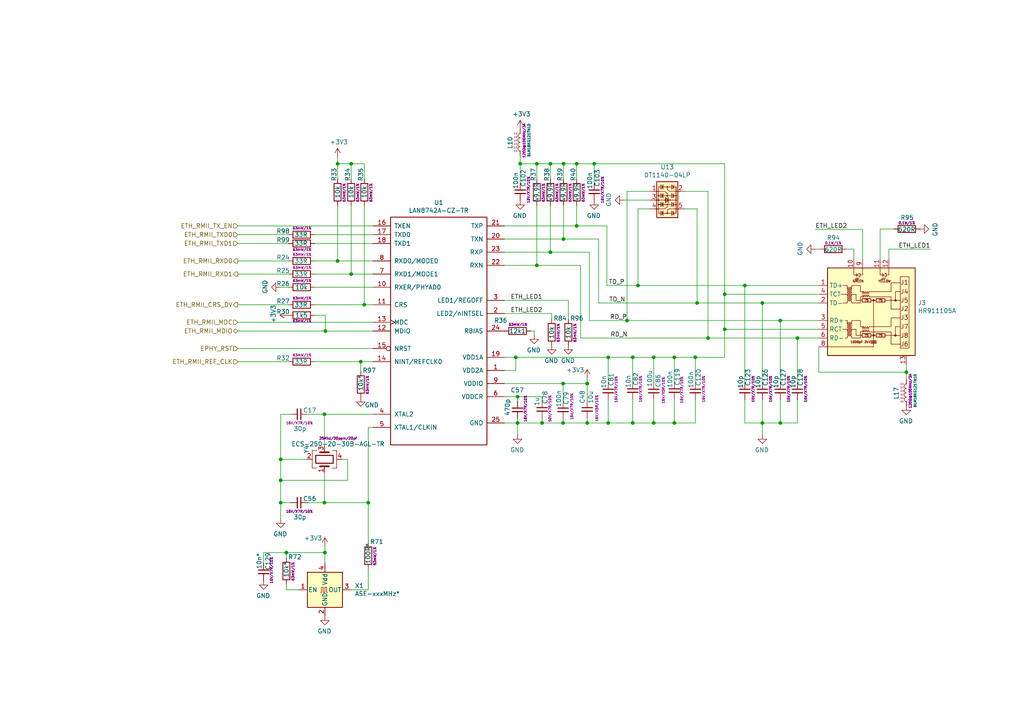
<source format=kicad_sch>
(kicad_sch (version 20211123) (generator eeschema)
  (paper "A4")
  (title_block (title "Buddy") (date "2019-10-24") (rev "v1.0.0") (company "PRUSA Research s.r.o.") (comment 1 "http://creativecommons.org/licenses/by-sa/4.0/") (comment 2 "Licensed under the Attribution-ShareAlike 4.0 International (CC BY-SA 4.0)"))
  (lib_symbols
    (symbol "BUDDY_v1.0.0-rescue:DT1140-04LP-Power_Protection" (pin_names (offset 1.016))
      (property "Reference" "U" (at -6.985 -2.54 0))
      (property "Value" "DT1140-04LP-Power_Protection" (at 6.35 1.27 90))
      (symbol "DT1140-04LP-Power_Protection_1_1"
        (pin passive line (at -2.54 -5.08 90) (length 2.54) (name "~") (number "1"))
        (pin passive line (at -2.54 5.08 270) (length 2.54) (name "~") (number "2"))
        (pin passive line (at 0 -5.08 90) (length 2.54) (name "~") (number "3"))
        (pin passive line (at 2.54 -5.08 90) (length 2.54) (name "~") (number "4"))
        (pin passive line (at 2.54 5.08 270) (length 2.54) (name "~") (number "5"))
      )
    )
    (symbol "BUDDY_v1.0.0-rescue:HR911105-Connector"
      (property "Reference" "J" (at 12.7 13.97 0))
      (property "Value" "HR911105-Connector" (at 0 -13.97 0))
      (symbol "HR911105-Connector_0_0"
        (text "1000pF 2kV" (at 3.175 -8.763 0) (effects (font (size 0.635 0.635))))
        (text "75" (at -2.667 -6.858 0) (effects (font (size 0.635 0.635))))
        (text "75" (at -2.667 3.302 0) (effects (font (size 0.635 0.635))))
        (text "75" (at 1.397 -6.858 0) (effects (font (size 0.635 0.635))))
        (text "75" (at 1.397 3.302 0) (effects (font (size 0.635 0.635))))
        (text "GREEN" (at 3.81 8.89 0) (effects (font (size 0.635 0.635))))
        (text "J1" (at -10.795 8.509 0) (effects (font (size 1.27 1.27)) (justify left)))
        (text "J2" (at -10.795 0.889 0) (effects (font (size 1.27 1.27)) (justify left)))
        (text "J3" (at -10.795 -1.651 0) (effects (font (size 1.27 1.27)) (justify left)))
        (text "J4" (at -10.795 5.842 0) (effects (font (size 1.27 1.27)) (justify left)))
        (text "J5" (at -10.795 3.302 0) (effects (font (size 1.27 1.27)) (justify left)))
        (text "J6" (at -10.795 -9.398 0) (effects (font (size 1.27 1.27)) (justify left)))
        (text "J7" (at -10.795 -4.318 0) (effects (font (size 1.27 1.27)) (justify left)))
        (text "J8" (at -10.795 -6.858 0) (effects (font (size 1.27 1.27)) (justify left)))
        (text "YELLOW" (at -3.81 8.89 0) (effects (font (size 0.635 0.635))))
      )
      (symbol "HR911105-Connector_1_1"
        (pin passive line (at 15.24 7.62 180) (length 2.54) (name "TD+") (number "1"))
        (pin passive line (at 5.08 15.24 270) (length 2.54) (name "~") (number "10"))
        (pin passive line (at -2.54 15.24 270) (length 2.54) (name "~") (number "11"))
        (pin passive line (at -5.08 15.24 270) (length 2.54) (name "~") (number "12"))
        (pin passive line (at -10.16 -15.24 90) (length 2.54) (name "~") (number "13"))
        (pin passive line (at 15.24 2.54 180) (length 2.54) (name "TD-") (number "2"))
        (pin passive line (at 15.24 -2.54 180) (length 2.54) (name "RD+") (number "3"))
        (pin passive line (at 15.24 5.08 180) (length 2.54) (name "TCT") (number "4"))
        (pin passive line (at 15.24 -5.08 180) (length 2.54) (name "RCT") (number "5"))
        (pin passive line (at 15.24 -7.62 180) (length 2.54) (name "RD-") (number "6"))
        (pin passive line (at 15.24 -10.16 180) (length 2.54) (name "~") (number "8"))
        (pin passive line (at 2.54 15.24 270) (length 2.54) (name "~") (number "9"))
      )
    )
    (symbol "BUDDY_v1.0.0-rescue:LAN8742A-CZ-TR-Interface_Ethernet" (pin_names (offset 1.016))
      (property "Reference" "U" (at -7.62 28.575 0))
      (property "Value" "LAN8742A-CZ-TR-Interface_Ethernet" (at -7.62 26.67 0))
      (symbol "LAN8742A-CZ-TR-Interface_Ethernet_1_1"
        (pin power_in line (at 17.78 -19.05 180) (length 5.08) (name "VDD2A") (number "1"))
        (pin output line (at -20.32 5.08 0) (length 5.08) (name "RXER/PHYAD0") (number "10"))
        (pin bidirectional line (at -20.32 0 0) (length 5.08) (name "CRS") (number "11"))
        (pin bidirectional line (at -20.32 -7.62 0) (length 5.08) (name "MDIO") (number "12"))
        (pin input clock (at -20.32 -5.08 0) (length 5.08) (name "MDC") (number "13"))
        (pin output line (at -20.32 -16.51 0) (length 5.08) (name "NINT/REFCLK0") (number "14"))
        (pin input inverted (at -20.32 -12.7 0) (length 5.08) (name "NRST") (number "15"))
        (pin input line (at -20.32 22.86 0) (length 5.08) (name "TXEN") (number "16"))
        (pin input line (at -20.32 20.32 0) (length 5.08) (name "TXD0") (number "17"))
        (pin input line (at -20.32 17.78 0) (length 5.08) (name "TXD1") (number "18"))
        (pin power_in line (at 17.78 -15.24 180) (length 5.08) (name "VDD1A") (number "19"))
        (pin bidirectional line (at 17.78 -2.54 180) (length 5.08) (name "LED2/nINTSEL") (number "2"))
        (pin output line (at 17.78 19.05 180) (length 5.08) (name "TXN") (number "20"))
        (pin output line (at 17.78 22.86 180) (length 5.08) (name "TXP") (number "21"))
        (pin output line (at 17.78 11.43 180) (length 5.08) (name "RXN") (number "22"))
        (pin output line (at 17.78 15.24 180) (length 5.08) (name "RXP") (number "23"))
        (pin input line (at 17.78 -7.62 180) (length 5.08) (name "RBIAS") (number "24"))
        (pin power_in line (at 17.78 -34.29 180) (length 5.08) (name "GND") (number "25"))
        (pin bidirectional line (at 17.78 1.27 180) (length 5.08) (name "LED1/REGOFF") (number "3"))
        (pin passive line (at -20.32 -31.75 0) (length 5.08) (name "XTAL2") (number "4"))
        (pin passive line (at -20.32 -35.56 0) (length 5.08) (name "XTAL1/CLKIN") (number "5"))
        (pin power_in line (at 17.78 -26.67 180) (length 5.08) (name "VDDCR") (number "6"))
        (pin output line (at -20.32 8.89 0) (length 5.08) (name "RXD1/MODE1") (number "7"))
        (pin output line (at -20.32 12.7 0) (length 5.08) (name "RXD0/MODE0") (number "8"))
        (pin power_in line (at 17.78 -22.86 180) (length 5.08) (name "VDDIO") (number "9"))
      )
    )
    (symbol "BUDDY_v1.0.0-rescue:L_Core_Ferrite-Device" (pin_numbers hide) (pin_names (offset 1.016) hide)
      (property "Reference" "L" (at -1.27 0 90))
      (property "Value" "L_Core_Ferrite-Device" (at 2.794 0 90))
      (symbol "L_Core_Ferrite-Device_1_1"
        (pin passive line (at 0 3.81 270) (length 1.27) (name "1") (number "1"))
        (pin passive line (at 0 -3.81 90) (length 1.27) (name "2") (number "2"))
      )
    )
    (symbol "Device:C_Small" (pin_numbers hide) (pin_names (offset 0.254) hide)
      (property "Reference" "C" (at 0.254 1.778 0))
      (property "Value" "C_Small" (at 0.254 -2.032 0))
      (symbol "C_Small_1_1"
        (pin passive line (at 0 2.54 270) (length 2.032) (name "~") (number "1"))
        (pin passive line (at 0 -2.54 90) (length 2.032) (name "~") (number "2"))
      )
    )
    (symbol "Device:Crystal_GND24" (pin_names (offset 1.016) hide)
      (property "Reference" "Y" (at 3.175 5.08 0))
      (property "Value" "Crystal_GND24" (at 3.175 3.175 0))
      (symbol "Crystal_GND24_1_1"
        (pin passive line (at -3.81 0 0) (length 1.27) (name "1") (number "1"))
        (pin passive line (at 0 5.08 270) (length 1.27) (name "2") (number "2"))
        (pin passive line (at 3.81 0 180) (length 1.27) (name "3") (number "3"))
        (pin passive line (at 0 -5.08 90) (length 1.27) (name "4") (number "4"))
      )
    )
    (symbol "Device:R" (pin_numbers hide) (pin_names (offset 0))
      (property "Reference" "R" (at 2.032 0 90))
      (property "Value" "R" (at 0 0 90))
      (symbol "R_1_1"
        (pin passive line (at 0 3.81 270) (length 1.27) (name "~") (number "1"))
        (pin passive line (at 0 -3.81 90) (length 1.27) (name "~") (number "2"))
      )
    )
    (symbol "Oscillator:ASE-xxxMHz" (pin_names (offset 0.254))
      (property "Reference" "X" (at -5.08 6.35 0))
      (property "Value" "ASE-xxxMHz" (at 1.27 -6.35 0))
      (symbol "ASE-xxxMHz_1_1"
        (pin input line (at -7.62 0 0) (length 2.54) (name "EN") (number "1"))
        (pin power_in line (at 0 -7.62 90) (length 2.54) (name "GND") (number "2"))
        (pin output line (at 7.62 0 180) (length 2.54) (name "OUT") (number "3"))
        (pin power_in line (at 0 7.62 270) (length 2.54) (name "Vdd") (number "4"))
      )
    )
    (symbol "power:+3V3" (power) (pin_names (offset 0))
      (property "Value" "+3V3" (at 0 3.556 0))
      (symbol "+3V3_1_1"
        (pin power_in line (at 0 0 90) (length 0) hide (name "+3V3") (number "1"))
      )
    )
    (symbol "power:GND" (power) (pin_names (offset 0))
      (property "Value" "GND" (at 0 -3.81 0))
      (symbol "GND_1_1"
        (pin power_in line (at 0 0 270) (length 0) hide (name "GND") (number "1"))
      )
    )
  )
  (junction (at 202.184 87.884))
  (junction (at 83.058 160.274))
  (junction (at 226.314 92.964))
  (junction (at 81.407 139.319))
  (junction (at 172.339 47.498))
  (junction (at 101.854 47.498))
  (junction (at 81.407 133.223))
  (junction (at 97.917 47.498))
  (junction (at 221.107 122.682))
  (junction (at 185.039 82.804))
  (junction (at 195.58 122.682))
  (junction (at 150.114 115.062))
  (junction (at 149.606 103.632))
  (junction (at 94.234 160.274))
  (junction (at 159.639 73.152))
  (junction (at 101.854 79.502))
  (junction (at 183.515 103.632))
  (junction (at 262.89 107.95))
  (junction (at 216.027 82.804))
  (junction (at 94.107 120.142))
  (junction (at 201.676 103.632))
  (junction (at 155.702 47.498))
  (junction (at 210.185 85.344))
  (junction (at 157.226 122.682))
  (junction (at 226.314 122.682))
  (junction (at 210.185 95.504))
  (junction (at 94.107 145.796))
  (junction (at 176.403 122.682))
  (junction (at 150.876 47.498))
  (junction (at 97.917 75.692))
  (junction (at 104.648 104.902))
  (junction (at 163.322 111.252))
  (junction (at 155.702 76.962))
  (junction (at 94.361 96.012))
  (junction (at 183.515 122.682))
  (junction (at 163.449 47.498))
  (junction (at 150.114 122.682))
  (junction (at 231.267 98.044))
  (junction (at 189.611 103.632))
  (junction (at 170.307 122.682))
  (junction (at 189.611 122.682))
  (junction (at 81.407 145.796))
  (junction (at 167.259 47.498))
  (junction (at 205.359 98.044))
  (junction (at 176.403 103.632))
  (junction (at 221.107 87.884))
  (junction (at 163.322 122.682))
  (junction (at 106.807 145.796))
  (junction (at 105.664 88.392))
  (junction (at 163.449 69.342))
  (junction (at 167.259 65.532))
  (junction (at 181.864 92.964))
  (junction (at 159.639 47.498))
  (junction (at 170.307 111.252))
  (junction (at 195.58 103.632))
  (wire (pts (xy 201.676 115.951) (xy 201.676 122.682)))
  (wire (pts (xy 257.81 72.263) (xy 269.875 72.263)))
  (wire (pts (xy 226.314 92.964) (xy 237.49 92.964)))
  (wire (pts (xy 94.107 145.796) (xy 106.807 145.796)))
  (wire (pts (xy 167.259 65.532) (xy 176.022 65.532)))
  (wire (pts (xy 181.864 55.499) (xy 181.864 92.964)))
  (wire (pts (xy 81.407 145.796) (xy 84.201 145.796)))
  (wire (pts (xy 83.693 70.612) (xy 68.961 70.612)))
  (wire (pts (xy 226.314 110.871) (xy 226.314 92.964)))
  (wire (pts (xy 201.676 103.632) (xy 210.185 103.632)))
  (wire (pts (xy 183.515 110.744) (xy 183.515 103.632)))
  (wire (pts (xy 201.676 122.682) (xy 195.58 122.682)))
  (wire (pts (xy 163.449 47.498) (xy 167.259 47.498)))
  (wire (pts (xy 91.313 104.902) (xy 104.648 104.902)))
  (wire (pts (xy 146.304 69.342) (xy 163.449 69.342)))
  (wire (pts (xy 150.876 47.498) (xy 150.876 45.085)))
  (wire (pts (xy 94.234 158.496) (xy 94.234 160.274)))
  (wire (pts (xy 100.838 133.223) (xy 100.838 139.319)))
  (wire (pts (xy 176.403 103.632) (xy 183.515 103.632)))
  (wire (pts (xy 149.606 103.632) (xy 146.304 103.632)))
  (wire (pts (xy 150.876 47.498) (xy 155.702 47.498)))
  (wire (pts (xy 97.917 47.498) (xy 101.854 47.498)))
  (wire (pts (xy 216.027 122.682) (xy 221.107 122.682)))
  (wire (pts (xy 83.693 68.072) (xy 68.961 68.072)))
  (wire (pts (xy 105.664 88.392) (xy 91.313 88.392)))
  (wire (pts (xy 163.322 111.252) (xy 146.304 111.252)))
  (wire (pts (xy 81.407 139.319) (xy 81.407 133.223)))
  (wire (pts (xy 108.204 79.502) (xy 101.854 79.502)))
  (wire (pts (xy 146.304 90.932) (xy 160.02 90.932)))
  (wire (pts (xy 157.226 122.682) (xy 157.226 121.285)))
  (wire (pts (xy 183.515 103.632) (xy 189.611 103.632)))
  (wire (pts (xy 81.407 133.223) (xy 81.407 120.142)))
  (wire (pts (xy 155.702 47.498) (xy 159.639 47.498)))
  (wire (pts (xy 108.204 70.612) (xy 91.313 70.612)))
  (wire (pts (xy 188.468 58.039) (xy 180.975 58.039)))
  (wire (pts (xy 83.058 160.274) (xy 94.234 160.274)))
  (wire (pts (xy 146.304 65.532) (xy 167.259 65.532)))
  (wire (pts (xy 210.185 85.344) (xy 210.185 95.504)))
  (wire (pts (xy 163.322 122.682) (xy 163.322 121.412)))
  (wire (pts (xy 173.609 69.342) (xy 173.609 87.884)))
  (wire (pts (xy 146.304 122.682) (xy 150.114 122.682)))
  (wire (pts (xy 221.107 115.951) (xy 221.107 122.682)))
  (wire (pts (xy 173.609 87.884) (xy 202.184 87.884)))
  (wire (pts (xy 97.917 75.692) (xy 91.313 75.692)))
  (wire (pts (xy 154.94 97.155) (xy 154.94 96.012)))
  (wire (pts (xy 170.307 122.682) (xy 176.403 122.682)))
  (wire (pts (xy 221.107 122.682) (xy 221.107 126.111)))
  (wire (pts (xy 168.402 76.962) (xy 168.402 98.044)))
  (wire (pts (xy 202.184 87.884) (xy 221.107 87.884)))
  (wire (pts (xy 106.807 123.952) (xy 108.204 123.952)))
  (wire (pts (xy 176.403 122.682) (xy 183.515 122.682)))
  (wire (pts (xy 181.864 92.964) (xy 226.314 92.964)))
  (wire (pts (xy 108.204 75.692) (xy 97.917 75.692)))
  (wire (pts (xy 198.628 60.579) (xy 202.184 60.579)))
  (wire (pts (xy 163.322 122.682) (xy 170.307 122.682)))
  (wire (pts (xy 205.359 98.044) (xy 231.267 98.044)))
  (wire (pts (xy 247.65 72.263) (xy 245.491 72.263)))
  (wire (pts (xy 160.02 90.932) (xy 160.02 92.583)))
  (wire (pts (xy 167.259 47.498) (xy 167.259 51.943)))
  (wire (pts (xy 183.515 122.682) (xy 189.611 122.682)))
  (wire (pts (xy 76.454 160.274) (xy 83.058 160.274)))
  (wire (pts (xy 150.114 122.682) (xy 150.114 121.412)))
  (wire (pts (xy 226.314 122.682) (xy 231.267 122.682)))
  (wire (pts (xy 262.89 107.95) (xy 262.89 110.109)))
  (wire (pts (xy 257.81 75.184) (xy 257.81 72.263)))
  (wire (pts (xy 172.339 47.498) (xy 210.185 47.498)))
  (wire (pts (xy 237.49 100.584) (xy 237.49 107.95)))
  (wire (pts (xy 183.515 115.824) (xy 183.515 122.682)))
  (wire (pts (xy 198.628 55.499) (xy 205.359 55.499)))
  (wire (pts (xy 81.407 145.796) (xy 81.407 139.319)))
  (wire (pts (xy 146.304 73.152) (xy 159.639 73.152)))
  (wire (pts (xy 231.267 98.044) (xy 237.49 98.044)))
  (wire (pts (xy 189.611 110.871) (xy 189.611 103.632)))
  (wire (pts (xy 150.114 122.682) (xy 150.114 126.111)))
  (wire (pts (xy 226.314 115.951) (xy 226.314 122.682)))
  (wire (pts (xy 176.403 115.951) (xy 176.403 122.682)))
  (wire (pts (xy 153.924 96.012) (xy 154.94 96.012)))
  (wire (pts (xy 157.226 115.062) (xy 157.226 116.205)))
  (wire (pts (xy 86.614 171.069) (xy 83.058 171.069)))
  (wire (pts (xy 94.107 120.142) (xy 108.204 120.142)))
  (wire (pts (xy 210.185 95.504) (xy 237.49 95.504)))
  (wire (pts (xy 170.307 121.285) (xy 170.307 122.682)))
  (wire (pts (xy 221.107 87.884) (xy 237.49 87.884)))
  (wire (pts (xy 176.022 65.532) (xy 176.022 82.804)))
  (wire (pts (xy 189.611 115.951) (xy 189.611 122.682)))
  (wire (pts (xy 101.854 171.069) (xy 106.807 171.069)))
  (wire (pts (xy 221.107 122.682) (xy 226.314 122.682)))
  (wire (pts (xy 250.19 66.548) (xy 250.19 75.184)))
  (wire (pts (xy 168.402 98.044) (xy 205.359 98.044)))
  (wire (pts (xy 159.639 59.563) (xy 159.639 73.152)))
  (wire (pts (xy 247.65 75.184) (xy 247.65 72.263)))
  (wire (pts (xy 83.058 161.798) (xy 83.058 160.274)))
  (wire (pts (xy 108.204 101.092) (xy 68.961 101.092)))
  (wire (pts (xy 155.702 76.962) (xy 168.402 76.962)))
  (wire (pts (xy 210.185 47.498) (xy 210.185 85.344)))
  (wire (pts (xy 101.854 51.943) (xy 101.854 47.498)))
  (wire (pts (xy 195.58 103.632) (xy 201.676 103.632)))
  (wire (pts (xy 105.664 59.563) (xy 105.664 88.392)))
  (wire (pts (xy 91.313 91.44) (xy 94.361 91.44)))
  (wire (pts (xy 231.267 122.682) (xy 231.267 115.951)))
  (wire (pts (xy 262.89 105.664) (xy 262.89 107.95)))
  (wire (pts (xy 157.226 122.682) (xy 163.322 122.682)))
  (wire (pts (xy 170.307 111.252) (xy 163.322 111.252)))
  (wire (pts (xy 83.058 171.069) (xy 83.058 169.418)))
  (wire (pts (xy 149.606 107.442) (xy 149.606 103.632)))
  (wire (pts (xy 195.58 110.744) (xy 195.58 103.632)))
  (wire (pts (xy 108.204 93.472) (xy 68.961 93.472)))
  (wire (pts (xy 97.917 59.563) (xy 97.917 75.692)))
  (wire (pts (xy 231.267 110.871) (xy 231.267 98.044)))
  (wire (pts (xy 176.403 110.871) (xy 176.403 103.632)))
  (wire (pts (xy 202.184 60.579) (xy 202.184 87.884)))
  (wire (pts (xy 108.204 96.012) (xy 94.361 96.012)))
  (wire (pts (xy 150.114 122.682) (xy 157.226 122.682)))
  (wire (pts (xy 108.204 65.532) (xy 68.961 65.532)))
  (wire (pts (xy 83.693 104.902) (xy 68.961 104.902)))
  (wire (pts (xy 163.322 116.332) (xy 163.322 111.252)))
  (wire (pts (xy 155.702 51.943) (xy 155.702 47.498)))
  (wire (pts (xy 99.187 133.223) (xy 100.838 133.223)))
  (wire (pts (xy 94.107 120.142) (xy 89.281 120.142)))
  (wire (pts (xy 94.107 145.796) (xy 89.281 145.796)))
  (wire (pts (xy 201.676 103.632) (xy 201.676 110.871)))
  (wire (pts (xy 170.307 116.205) (xy 170.307 111.252)))
  (wire (pts (xy 83.693 79.502) (xy 68.961 79.502)))
  (wire (pts (xy 216.027 110.871) (xy 216.027 82.804)))
  (wire (pts (xy 97.917 47.498) (xy 97.917 45.593)))
  (wire (pts (xy 150.876 53.086) (xy 150.876 47.498)))
  (wire (pts (xy 150.114 115.062) (xy 146.304 115.062)))
  (wire (pts (xy 83.693 75.692) (xy 68.961 75.692)))
  (wire (pts (xy 167.259 47.498) (xy 172.339 47.498)))
  (wire (pts (xy 101.854 47.498) (xy 105.664 47.498)))
  (wire (pts (xy 170.942 73.152) (xy 170.942 92.964)))
  (wire (pts (xy 159.639 73.152) (xy 170.942 73.152)))
  (wire (pts (xy 185.039 60.579) (xy 185.039 82.804)))
  (wire (pts (xy 106.807 157.353) (xy 106.807 145.796)))
  (wire (pts (xy 189.611 103.632) (xy 195.58 103.632)))
  (wire (pts (xy 170.942 92.964) (xy 181.864 92.964)))
  (wire (pts (xy 104.648 104.902) (xy 108.204 104.902)))
  (wire (pts (xy 170.307 109.728) (xy 170.307 111.252)))
  (wire (pts (xy 188.468 55.499) (xy 181.864 55.499)))
  (wire (pts (xy 167.259 59.563) (xy 167.259 65.532)))
  (wire (pts (xy 210.185 85.344) (xy 237.49 85.344)))
  (wire (pts (xy 150.114 115.062) (xy 157.226 115.062)))
  (wire (pts (xy 146.304 87.122) (xy 164.846 87.122)))
  (wire (pts (xy 105.664 51.943) (xy 105.664 47.498)))
  (wire (pts (xy 163.449 51.943) (xy 163.449 47.498)))
  (wire (pts (xy 164.846 87.122) (xy 164.846 92.583)))
  (wire (pts (xy 81.407 120.142) (xy 84.201 120.142)))
  (wire (pts (xy 94.361 91.44) (xy 94.361 96.012)))
  (wire (pts (xy 100.838 139.319) (xy 81.407 139.319)))
  (wire (pts (xy 159.639 47.498) (xy 163.449 47.498)))
  (wire (pts (xy 94.234 160.274) (xy 94.234 163.449)))
  (wire (pts (xy 255.27 75.184) (xy 255.27 66.421)))
  (wire (pts (xy 97.917 51.943) (xy 97.917 47.498)))
  (wire (pts (xy 89.027 133.223) (xy 81.407 133.223)))
  (wire (pts (xy 205.359 55.499) (xy 205.359 98.044)))
  (wire (pts (xy 237.871 72.263) (xy 236.474 72.263)))
  (wire (pts (xy 237.49 107.95) (xy 262.89 107.95)))
  (wire (pts (xy 94.107 137.033) (xy 94.107 145.796)))
  (wire (pts (xy 159.639 51.943) (xy 159.639 47.498)))
  (wire (pts (xy 185.039 82.804) (xy 216.027 82.804)))
  (wire (pts (xy 94.107 129.413) (xy 94.107 120.142)))
  (wire (pts (xy 101.854 79.502) (xy 91.313 79.502)))
  (wire (pts (xy 163.449 69.342) (xy 173.609 69.342)))
  (wire (pts (xy 106.807 145.796) (xy 106.807 123.952)))
  (wire (pts (xy 94.361 96.012) (xy 68.961 96.012)))
  (wire (pts (xy 83.693 83.312) (xy 81.28 83.312)))
  (wire (pts (xy 195.58 115.824) (xy 195.58 122.682)))
  (wire (pts (xy 108.204 88.392) (xy 105.664 88.392)))
  (wire (pts (xy 195.58 122.682) (xy 189.611 122.682)))
  (wire (pts (xy 216.027 115.951) (xy 216.027 122.682)))
  (wire (pts (xy 255.27 66.421) (xy 259.207 66.421)))
  (wire (pts (xy 106.807 171.069) (xy 106.807 164.973)))
  (wire (pts (xy 163.449 59.563) (xy 163.449 69.342)))
  (wire (pts (xy 104.648 107.696) (xy 104.648 104.902)))
  (wire (pts (xy 150.114 116.332) (xy 150.114 115.062)))
  (wire (pts (xy 236.474 66.548) (xy 250.19 66.548)))
  (wire (pts (xy 76.454 163.322) (xy 76.454 160.274)))
  (wire (pts (xy 176.022 82.804) (xy 185.039 82.804)))
  (wire (pts (xy 81.407 150.495) (xy 81.407 145.796)))
  (wire (pts (xy 146.304 76.962) (xy 155.702 76.962)))
  (wire (pts (xy 149.606 103.632) (xy 176.403 103.632)))
  (wire (pts (xy 155.702 59.563) (xy 155.702 76.962)))
  (wire (pts (xy 101.854 59.563) (xy 101.854 79.502)))
  (wire (pts (xy 83.693 88.392) (xy 68.961 88.392)))
  (wire (pts (xy 108.204 83.312) (xy 91.313 83.312)))
  (wire (pts (xy 210.185 95.504) (xy 210.185 103.632)))
  (wire (pts (xy 146.304 107.442) (xy 149.606 107.442)))
  (wire (pts (xy 221.107 110.871) (xy 221.107 87.884)))
  (wire (pts (xy 188.468 60.579) (xy 185.039 60.579)))
  (wire (pts (xy 216.027 82.804) (xy 237.49 82.804)))
  (wire (pts (xy 108.204 68.072) (xy 91.313 68.072)))
  (wire (pts (xy 172.339 53.086) (xy 172.339 47.498)))
  (label "RD_P" (at 176.911 92.964 0))
  (label "TD_P" (at 176.53 82.804 0))
  (label "ETH_LED1" (at 269.875 72.263 180))
  (label "TD_N" (at 176.657 87.884 0))
  (label "ETH_LED1" (at 157.353 87.122 180))
  (label "RD_N" (at 177.038 98.044 0))
  (label "ETH_LED2" (at 157.353 90.932 180))
  (label "ETH_LED2" (at 236.474 66.548 0))
  (hierarchical_label "ETH_RMII_RXD0" (shape output) (at 68.961 75.692 180))
  (hierarchical_label "EPHY_RST" (shape input) (at 68.961 101.092 180))
  (hierarchical_label "ETH_RMII_REF_CLK" (shape input) (at 68.961 104.902 180))
  (hierarchical_label "ETH_RMII_TX_EN" (shape input) (at 68.961 65.532 180))
  (hierarchical_label "ETH_RMII_MDIO" (shape bidirectional) (at 68.961 96.012 180))
  (hierarchical_label "ETH_RMII_RXD1" (shape output) (at 68.961 79.502 180))
  (hierarchical_label "ETH_RMII_TXD1" (shape input) (at 68.961 70.612 180))
  (hierarchical_label "ETH_RMII_CRS_DV" (shape output) (at 68.961 88.392 180))
  (hierarchical_label "ETH_RMII_TXD0" (shape input) (at 68.961 68.072 180))
  (hierarchical_label "ETH_RMII_MDC" (shape input) (at 68.961 93.472 180))
  (symbol (lib_id "BUDDY_v1.0.0-rescue:LAN8742A-CZ-TR-Interface_Ethernet") (at 128.524 88.392 0) (unit 1)
    (property "Reference" "U1" (at 127.254 58.7502 0))
    (property "Value" "LAN8742A-CZ-TR" (at 127.254 61.0616 0))
    (property "Footprint" "Package_DFN_QFN:VQFN-24-1EP_4x4mm_P0.5mm_EP2.45x2.45mm_ThermalVias" (effects hide))
  )
  (symbol (lib_id "Device:R") (at 155.702 55.753 0) (unit 1)
    (property "Reference" "R37" (at 154.686 52.578 90) (effects (justify left)))
    (property "Value" "49.9R" (at 155.702 58.674 90) (effects (justify left)))
    (property "Footprint" "A3IDES_footprints:R_0402_1005Metric" (effects hide))
    (property "req" "63mW/1%" (at 157.607 55.88 90) (effects (font (size 0.7112 0.7112))))
  )
  (symbol (lib_id "Device:R") (at 159.639 55.753 0) (unit 1)
    (property "Reference" "R38" (at 158.623 52.578 90) (effects (justify left)))
    (property "Value" "49.9R" (at 159.639 58.674 90) (effects (justify left)))
    (property "Footprint" "A3IDES_footprints:R_0402_1005Metric" (effects hide))
    (property "req" "63mW/1%" (at 161.544 55.88 90) (effects (font (size 0.7112 0.7112))))
  )
  (symbol (lib_id "Device:R") (at 163.449 55.753 0) (unit 1)
    (property "Reference" "R39" (at 162.433 52.578 90) (effects (justify left)))
    (property "Value" "49.9R" (at 163.449 58.674 90) (effects (justify left)))
    (property "Footprint" "A3IDES_footprints:R_0402_1005Metric" (effects hide))
    (property "req" "63mW/1%" (at 165.354 55.88 90) (effects (font (size 0.7112 0.7112))))
  )
  (symbol (lib_id "Device:R") (at 167.259 55.753 0) (unit 1)
    (property "Reference" "R40" (at 166.243 52.578 90) (effects (justify left)))
    (property "Value" "49.9R" (at 167.259 58.674 90) (effects (justify left)))
    (property "Footprint" "A3IDES_footprints:R_0402_1005Metric" (effects hide))
    (property "req" "63mW/1%" (at 169.164 55.88 90) (effects (font (size 0.7112 0.7112))))
  )
  (symbol (lib_id "power:+3V3") (at 150.876 37.465 0) (unit 1)
    (property "Reference" "#PWR040" (effects hide))
    (property "Value" "+3V3" (at 151.257 33.0708 0))
  )
  (symbol (lib_id "Device:R") (at 97.917 55.753 0) (unit 1)
    (property "Reference" "R33" (at 96.901 52.578 90) (effects (justify left)))
    (property "Value" "10k" (at 97.917 57.531 90) (effects (justify left)))
    (property "Footprint" "A3IDES_footprints:R_0402_1005Metric" (effects hide))
    (property "req" "63mW/1%" (at 99.822 55.88 90) (effects (font (size 0.7112 0.7112))))
  )
  (symbol (lib_id "Device:R") (at 101.854 55.753 0) (unit 1)
    (property "Reference" "R34" (at 100.838 52.578 90) (effects (justify left)))
    (property "Value" "10k" (at 101.854 57.531 90) (effects (justify left)))
    (property "Footprint" "A3IDES_footprints:R_0402_1005Metric" (effects hide))
    (property "req" "63mW/1%" (at 103.759 55.88 90) (effects (font (size 0.7112 0.7112))))
  )
  (symbol (lib_id "Device:R") (at 105.664 55.753 0) (unit 1)
    (property "Reference" "R35" (at 104.648 52.578 90) (effects (justify left)))
    (property "Value" "10k" (at 105.664 57.531 90) (effects (justify left)))
    (property "Footprint" "A3IDES_footprints:R_0402_1005Metric" (effects hide))
    (property "req" "63mW/1%" (at 107.569 55.88 90) (effects (font (size 0.7112 0.7112))))
  )
  (symbol (lib_id "power:+3V3") (at 97.917 45.593 0) (unit 1)
    (property "Reference" "#PWR035" (effects hide))
    (property "Value" "+3V3" (at 98.298 41.1988 0))
  )
  (symbol (lib_id "Device:R") (at 87.503 75.692 90) (unit 1)
    (property "Reference" "R24" (at 84.074 74.676 90) (effects (justify left)))
    (property "Value" "33R" (at 89.281 75.692 90) (effects (justify left)))
    (property "Footprint" "A3IDES_footprints:R_0402_1005Metric" (effects hide))
    (property "req" "63mW/1%" (at 87.63 73.787 90) (effects (font (size 0.7112 0.7112))))
  )
  (symbol (lib_id "Device:R") (at 87.503 79.502 90) (unit 1)
    (property "Reference" "R25" (at 84.074 78.486 90) (effects (justify left)))
    (property "Value" "33R" (at 89.281 79.502 90) (effects (justify left)))
    (property "Footprint" "A3IDES_footprints:R_0402_1005Metric" (effects hide))
    (property "req" "63mW/1%" (at 87.63 77.597 90) (effects (font (size 0.7112 0.7112))))
  )
  (symbol (lib_id "Device:R") (at 87.503 83.312 90) (unit 1)
    (property "Reference" "R26" (at 84.074 82.296 90) (effects (justify left)))
    (property "Value" "10k" (at 89.281 83.312 90) (effects (justify left)))
    (property "Footprint" "A3IDES_footprints:R_0402_1005Metric" (effects hide))
    (property "req" "63mW/1%" (at 87.63 81.407 90) (effects (font (size 0.7112 0.7112))))
  )
  (symbol (lib_id "Device:R") (at 87.503 88.392 90) (unit 1)
    (property "Reference" "R27" (at 84.074 87.376 90) (effects (justify left)))
    (property "Value" "33R" (at 89.281 88.392 90) (effects (justify left)))
    (property "Footprint" "A3IDES_footprints:R_0402_1005Metric" (effects hide))
    (property "req" "63mW/1%" (at 87.63 86.487 90) (effects (font (size 0.7112 0.7112))))
  )
  (symbol (lib_id "Device:R") (at 87.503 91.44 90) (unit 1)
    (property "Reference" "R30" (at 84.074 90.424 90) (effects (justify left)))
    (property "Value" "1k5" (at 89.281 91.44 90) (effects (justify left)))
    (property "Footprint" "A3IDES_footprints:R_0402_1005Metric" (effects hide))
    (property "req" "63mW/1%" (at 87.63 93.091 90) (effects (font (size 0.7112 0.7112))))
  )
  (symbol (lib_id "Device:R") (at 87.503 104.902 90) (unit 1)
    (property "Reference" "R32" (at 84.074 103.886 90) (effects (justify left)))
    (property "Value" "33R" (at 89.281 104.902 90) (effects (justify left)))
    (property "Footprint" "A3IDES_footprints:R_0402_1005Metric" (effects hide))
    (property "req" "63mW/1%" (at 87.63 102.997 90) (effects (font (size 0.7112 0.7112))))
  )
  (symbol (lib_id "power:+3V3") (at 83.693 91.44 90) (unit 1)
    (property "Reference" "#PWR030" (effects hide))
    (property "Value" "+3V3" (at 79.2988 91.059 0))
  )
  (symbol (lib_id "Device:R") (at 150.114 96.012 90) (unit 1)
    (property "Reference" "R36" (at 147.193 92.964 90) (effects (justify left)))
    (property "Value" "12k1" (at 152.527 96.012 90) (effects (justify left)))
    (property "Footprint" "A3IDES_footprints:R_0402_1005Metric" (effects hide))
    (property "req" "63mW/1%" (at 150.241 94.107 90) (effects (font (size 0.7112 0.7112))))
  )
  (symbol (lib_id "Device:C_Small") (at 86.741 120.142 270) (unit 1)
    (property "Reference" "C17" (at 87.884 118.999 90) (effects (justify left)))
    (property "Value" "30p" (at 85.09 124.333 90) (effects (justify left)))
    (property "Footprint" "A3IDES_footprints:C_0402_1005Metric" (effects hide))
    (property "req" "16V/X7R/10%" (at 82.931 122.682 90) (effects (font (size 0.7112 0.7112)) (justify left)))
  )
  (symbol (lib_id "Device:C_Small") (at 86.741 145.796 270) (unit 1)
    (property "Reference" "C56" (at 87.884 144.653 90) (effects (justify left)))
    (property "Value" "30p" (at 85.09 149.987 90) (effects (justify left)))
    (property "Footprint" "A3IDES_footprints:C_0402_1005Metric" (effects hide))
    (property "req" "16V/X7R/10%" (at 82.931 148.336 90) (effects (font (size 0.7112 0.7112)) (justify left)))
  )
  (symbol (lib_id "Device:C_Small") (at 150.114 118.872 0) (unit 1)
    (property "Reference" "C57" (at 148.082 113.157 0) (effects (justify left)))
    (property "Value" "470p" (at 147.193 120.65 90) (effects (justify left)))
    (property "Footprint" "A3IDES_footprints:C_0402_1005Metric" (effects hide))
    (property "req" "16V/X7R/10%" (at 152.4 122.428 90) (effects (font (size 0.7112 0.7112)) (justify left)))
  )
  (symbol (lib_id "Device:C_Small") (at 157.226 118.745 0) (unit 1)
    (property "Reference" "C78" (at 158.115 117.221 90) (effects (justify left)))
    (property "Value" "1u" (at 155.702 117.729 90) (effects (justify left)))
    (property "Footprint" "A3IDES_footprints:C_0603_1608Metric" (effects hide))
    (property "req" "50V/X7R/10%" (at 159.512 122.428 90) (effects (font (size 0.7112 0.7112)) (justify left)))
  )
  (symbol (lib_id "Device:C_Small") (at 163.322 118.872 0) (unit 1)
    (property "Reference" "C79" (at 164.211 117.475 90) (effects (justify left)))
    (property "Value" "100n" (at 162.052 118.11 90) (effects (justify left)))
    (property "Footprint" "A3IDES_footprints:C_0402_1005Metric" (effects hide))
    (property "req" "16V/X7R/10%" (at 165.862 121.793 90) (effects (font (size 0.7112 0.7112)) (justify left)))
  )
  (symbol (lib_id "power:+3V3") (at 170.307 109.728 0) (unit 1)
    (property "Reference" "#PWR041" (effects hide))
    (property "Value" "+3V3" (at 166.878 107.315 0))
  )
  (symbol (lib_id "Device:C_Small") (at 176.403 113.411 0) (unit 1)
    (property "Reference" "C81" (at 177.292 112.014 90) (effects (justify left)))
    (property "Value" "10n" (at 175.133 112.649 90) (effects (justify left)))
    (property "Footprint" "A3IDES_footprints:C_0402_1005Metric" (effects hide))
    (property "req" "16V/X7R/10%" (at 178.689 116.84 90) (effects (font (size 0.7112 0.7112)) (justify left)))
  )
  (symbol (lib_id "Device:C_Small") (at 201.676 113.411 0) (unit 1)
    (property "Reference" "C120" (at 202.565 112.014 90) (effects (justify left)))
    (property "Value" "100n" (at 200.406 112.649 90) (effects (justify left)))
    (property "Footprint" "A3IDES_footprints:C_0402_1005Metric" (effects hide))
    (property "req" "16V/X7R/10%" (at 204.089 116.713 90) (effects (font (size 0.7112 0.7112)) (justify left)))
  )
  (symbol (lib_id "Device:R") (at 160.02 96.393 0) (unit 1)
    (property "Reference" "R84" (at 160.528 92.329 0) (effects (justify left)))
    (property "Value" "10k" (at 160.02 98.298 90) (effects (justify left)))
    (property "Footprint" "A3IDES_footprints:R_0402_1005Metric" (effects hide))
    (property "req" "63mW/1%" (at 161.925 96.52 90) (effects (font (size 0.7112 0.7112))))
  )
  (symbol (lib_id "Device:C_Small") (at 195.58 113.284 0) (unit 1)
    (property "Reference" "C119" (at 196.469 111.887 90) (effects (justify left)))
    (property "Value" "100n" (at 194.31 112.522 90) (effects (justify left)))
    (property "Footprint" "A3IDES_footprints:C_0402_1005Metric" (effects hide))
    (property "req" "16V/X7R/10%" (at 197.739 116.967 90) (effects (font (size 0.7112 0.7112)) (justify left)))
  )
  (symbol (lib_id "Device:C_Small") (at 189.611 113.411 0) (unit 1)
    (property "Reference" "C86" (at 190.881 112.395 90) (effects (justify left)))
    (property "Value" "100u" (at 188.468 112.268 90) (effects (justify left)))
    (property "Footprint" "A3IDES_footprints:C_1206_3216Metric" (effects hide))
    (property "req" "16V/X5R/10%" (at 192.405 117.094 90) (effects (font (size 0.7112 0.7112)) (justify left)))
  )
  (symbol (lib_id "Device:C_Small") (at 183.515 113.284 0) (unit 1)
    (property "Reference" "C82" (at 184.404 111.887 90) (effects (justify left)))
    (property "Value" "10n" (at 182.245 112.522 90) (effects (justify left)))
    (property "Footprint" "A3IDES_footprints:C_0402_1005Metric" (effects hide))
    (property "req" "16V/X7R/10%" (at 185.801 116.713 90) (effects (font (size 0.7112 0.7112)) (justify left)))
  )
  (symbol (lib_id "Device:R") (at 263.017 66.421 90) (unit 1)
    (property "Reference" "R95" (at 265.049 63.119 90) (effects (justify left)))
    (property "Value" "620R" (at 265.557 66.548 90) (effects (justify left)))
    (property "Footprint" "A3IDES_footprints:R_0603_1608Metric" (effects hide))
    (property "req" "0,1W/1%" (at 263.017 64.643 90) (effects (font (size 0.7112 0.7112))))
  )
  (symbol (lib_id "Device:R") (at 241.681 72.263 90) (unit 1)
    (property "Reference" "R94" (at 243.713 68.961 90) (effects (justify left)))
    (property "Value" "620R" (at 244.221 72.39 90) (effects (justify left)))
    (property "Footprint" "A3IDES_footprints:R_0603_1608Metric" (effects hide))
    (property "req" "0,1W/1%" (at 241.681 70.485 90) (effects (font (size 0.7112 0.7112))))
  )
  (symbol (lib_id "Device:Crystal_GND24") (at 94.107 133.223 90) (unit 1)
    (property "Reference" "Y4" (at 88.9 130.302 0))
    (property "Value" "ECS-250-20-30B-AGL-TR" (at 98.044 128.778 90))
    (property "Footprint" "Crystal:Crystal_SMD_Abracon_ABM3C-4Pin_5.0x3.2mm" (effects hide))
    (property "req" "25Mhz/30ppm/20pf" (at 98.044 127.127 90) (effects (font (size 0.7112 0.7112))))
  )
  (symbol (lib_id "BUDDY_v1.0.0-rescue:HR911105-Connector") (at 252.73 90.424 0) (mirror y) (unit 1)
    (property "Reference" "J3" (at 266.192 87.8332 0) (effects (justify right)))
    (property "Value" "HR911105A" (at 266.192 90.1446 0) (effects (justify right)))
    (property "Footprint" "A3IDES_footprints:HR911105A" (effects hide))
  )
  (symbol (lib_id "power:GND") (at 262.89 117.729 0) (mirror y) (unit 1)
    (property "Reference" "#PWR029" (effects hide))
    (property "Value" "GND" (at 262.763 122.1232 0))
  )
  (symbol (lib_id "Device:R") (at 164.846 96.393 0) (unit 1)
    (property "Reference" "R96" (at 165.354 92.329 0) (effects (justify left)))
    (property "Value" "10k" (at 164.846 98.298 90) (effects (justify left)))
    (property "Footprint" "A3IDES_footprints:R_0402_1005Metric" (effects hide))
    (property "req" "63mW/1%" (at 166.751 96.52 90) (effects (font (size 0.7112 0.7112))))
  )
  (symbol (lib_id "BUDDY_v1.0.0-rescue:DT1140-04LP-Power_Protection") (at 193.548 58.039 270) (unit 1)
    (property "Reference" "U13" (at 193.548 48.4632 90))
    (property "Value" "DT1140-04LP" (at 193.548 50.7746 90))
    (property "Footprint" "A3IDES_footprints:DT1140-04LP" (effects hide))
  )
  (symbol (lib_id "power:GND") (at 150.114 126.111 0) (mirror y) (unit 1)
    (property "Reference" "#PWR0212" (effects hide))
    (property "Value" "GND" (at 149.987 130.5052 0))
  )
  (symbol (lib_id "power:GND") (at 81.407 150.495 0) (mirror y) (unit 1)
    (property "Reference" "#PWR0213" (effects hide))
    (property "Value" "GND" (at 81.28 154.8892 0))
  )
  (symbol (lib_id "power:GND") (at 154.94 97.155 0) (mirror y) (unit 1)
    (property "Reference" "#PWR0217" (effects hide))
    (property "Value" "GND" (at 154.813 101.5492 0))
  )
  (symbol (lib_id "power:GND") (at 160.02 100.203 0) (mirror y) (unit 1)
    (property "Reference" "#PWR0218" (effects hide))
    (property "Value" "GND" (at 159.893 104.5972 0))
  )
  (symbol (lib_id "power:GND") (at 164.846 100.203 0) (mirror y) (unit 1)
    (property "Reference" "#PWR0219" (effects hide))
    (property "Value" "GND" (at 164.719 104.5972 0))
  )
  (symbol (lib_id "power:GND") (at 236.474 72.263 270) (mirror x) (unit 1)
    (property "Reference" "#PWR0220" (effects hide))
    (property "Value" "GND" (at 232.0798 72.136 0))
  )
  (symbol (lib_id "power:GND") (at 266.827 66.421 90) (mirror x) (unit 1)
    (property "Reference" "#PWR0221" (effects hide))
    (property "Value" "GND" (at 271.2212 66.548 0))
  )
  (symbol (lib_id "power:GND") (at 180.975 58.039 270) (mirror x) (unit 1)
    (property "Reference" "#PWR0224" (effects hide))
    (property "Value" "GND" (at 176.5808 57.912 0))
  )
  (symbol (lib_id "power:GND") (at 81.28 83.312 270) (mirror x) (unit 1)
    (property "Reference" "#PWR0222" (effects hide))
    (property "Value" "GND" (at 76.8858 83.185 0))
  )
  (symbol (lib_id "Device:R") (at 104.648 111.506 0) (unit 1)
    (property "Reference" "R97" (at 105.156 107.442 0) (effects (justify left)))
    (property "Value" "10k*" (at 104.648 113.411 90) (effects (justify left)))
    (property "Footprint" "A3IDES_footprints:R_0402_1005Metric" (effects hide))
    (property "req" "63mW/1%" (at 106.553 111.633 90) (effects (font (size 0.7112 0.7112))))
  )
  (symbol (lib_id "BUDDY_v1.0.0-rescue:L_Core_Ferrite-Device") (at 150.876 41.275 180) (unit 1)
    (property "Reference" "L10" (at 147.955 41.402 90))
    (property "Value" "BLM18KG121TN1D" (at 153.416 40.64 90) (effects (font (size 0.7112 0.7112))))
    (property "Footprint" "A3IDES_footprints:R_0603_1608Metric" (effects hide))
    (property "req" "120Ω@100MHz/3A" (at 152.019 40.767 90) (effects (font (size 0.7112 0.7112))))
  )
  (symbol (lib_id "power:GND") (at 104.648 115.316 0) (mirror y) (unit 1)
    (property "Reference" "#PWR0232" (effects hide))
    (property "Value" "GND" (at 107.823 117.475 0))
  )
  (symbol (lib_id "Device:C_Small") (at 170.307 118.745 0) (unit 1)
    (property "Reference" "C48" (at 168.91 117.094 90) (effects (justify left)))
    (property "Value" "10u" (at 171.323 117.094 90) (effects (justify left)))
    (property "Footprint" "A3IDES_footprints:C_0805_2012Metric" (effects hide))
    (property "req" "16V/X5R/10%" (at 173.101 122.301 90) (effects (font (size 0.7112 0.7112)) (justify left)))
  )
  (symbol (lib_id "Device:R") (at 87.503 68.072 90) (unit 1)
    (property "Reference" "R98" (at 84.074 67.056 90) (effects (justify left)))
    (property "Value" "33R" (at 89.281 68.072 90) (effects (justify left)))
    (property "Footprint" "A3IDES_footprints:R_0402_1005Metric" (effects hide))
    (property "req" "63mW/1%" (at 87.63 66.167 90) (effects (font (size 0.7112 0.7112))))
  )
  (symbol (lib_id "Device:R") (at 87.503 70.612 90) (unit 1)
    (property "Reference" "R99" (at 84.074 69.596 90) (effects (justify left)))
    (property "Value" "33R" (at 89.281 70.612 90) (effects (justify left)))
    (property "Footprint" "A3IDES_footprints:R_0402_1005Metric" (effects hide))
    (property "req" "63mW/1%" (at 87.63 72.39 90) (effects (font (size 0.7112 0.7112))))
  )
  (symbol (lib_id "Device:C_Small") (at 150.876 55.626 0) (unit 1)
    (property "Reference" "C102" (at 151.765 54.229 90) (effects (justify left)))
    (property "Value" "100n" (at 149.606 54.864 90) (effects (justify left)))
    (property "Footprint" "A3IDES_footprints:C_0402_1005Metric" (effects hide))
    (property "req" "16V/X7R/10%" (at 153.289 58.928 90) (effects (font (size 0.7112 0.7112)) (justify left)))
  )
  (symbol (lib_id "Device:C_Small") (at 172.339 55.626 0) (unit 1)
    (property "Reference" "C103" (at 173.228 54.229 90) (effects (justify left)))
    (property "Value" "100n" (at 171.069 54.864 90) (effects (justify left)))
    (property "Footprint" "A3IDES_footprints:C_0402_1005Metric" (effects hide))
    (property "req" "16V/X7R/10%" (at 174.752 58.928 90) (effects (font (size 0.7112 0.7112)) (justify left)))
  )
  (symbol (lib_id "power:GND") (at 172.339 58.166 0) (mirror y) (unit 1)
    (property "Reference" "#PWR0228" (effects hide))
    (property "Value" "GND" (at 172.212 62.5602 0))
  )
  (symbol (lib_id "power:GND") (at 150.876 58.166 0) (mirror y) (unit 1)
    (property "Reference" "#PWR0169" (effects hide))
    (property "Value" "GND" (at 150.749 62.5602 0))
  )
  (symbol (lib_id "power:GND") (at 221.107 126.111 0) (mirror y) (unit 1)
    (property "Reference" "#PWR023" (effects hide))
    (property "Value" "GND" (at 220.98 130.5052 0))
  )
  (symbol (lib_id "Device:C_Small") (at 231.267 113.411 0) (unit 1)
    (property "Reference" "C128" (at 232.156 112.014 90) (effects (justify left)))
    (property "Value" "10p" (at 229.997 112.649 90) (effects (justify left)))
    (property "Footprint" "A3IDES_footprints:C_0402_1005Metric" (effects hide))
    (property "req" "16V/X7R/10%" (at 233.68 116.713 90) (effects (font (size 0.7112 0.7112)) (justify left)))
  )
  (symbol (lib_id "Device:C_Small") (at 226.314 113.411 0) (unit 1)
    (property "Reference" "C127" (at 227.203 112.014 90) (effects (justify left)))
    (property "Value" "10p" (at 225.044 112.649 90) (effects (justify left)))
    (property "Footprint" "A3IDES_footprints:C_0402_1005Metric" (effects hide))
    (property "req" "16V/X7R/10%" (at 228.727 116.713 90) (effects (font (size 0.7112 0.7112)) (justify left)))
  )
  (symbol (lib_id "Device:C_Small") (at 221.107 113.411 0) (unit 1)
    (property "Reference" "C126" (at 221.996 112.014 90) (effects (justify left)))
    (property "Value" "10p" (at 219.837 112.649 90) (effects (justify left)))
    (property "Footprint" "A3IDES_footprints:C_0402_1005Metric" (effects hide))
    (property "req" "16V/X7R/10%" (at 223.52 116.713 90) (effects (font (size 0.7112 0.7112)) (justify left)))
  )
  (symbol (lib_id "Device:C_Small") (at 216.027 113.411 0) (unit 1)
    (property "Reference" "C123" (at 216.916 112.014 90) (effects (justify left)))
    (property "Value" "10p" (at 214.757 112.649 90) (effects (justify left)))
    (property "Footprint" "A3IDES_footprints:C_0402_1005Metric" (effects hide))
    (property "req" "16V/X7R/10%" (at 218.44 116.713 90) (effects (font (size 0.7112 0.7112)) (justify left)))
  )
  (symbol (lib_id "Oscillator:ASE-xxxMHz") (at 94.234 171.069 0) (unit 1)
    (property "Reference" "X1" (at 102.8954 169.9006 0) (effects (justify left)))
    (property "Value" "ASE-xxxMHz*" (at 102.8954 172.212 0) (effects (justify left)))
    (property "Footprint" "Oscillator:Oscillator_SMD_EuroQuartz_XO53-4Pin_5.0x3.2mm" (effects hide))
  )
  (symbol (lib_id "Device:C_Small") (at 76.454 165.862 0) (unit 1)
    (property "Reference" "C129" (at 77.724 165.354 90) (effects (justify left)))
    (property "Value" "10n*" (at 75.184 165.1 90) (effects (justify left)))
    (property "Footprint" "A3IDES_footprints:C_0402_1005Metric" (effects hide))
    (property "req" "16V/X7R/10%" (at 78.74 169.291 90) (effects (font (size 0.7112 0.7112)) (justify left)))
  )
  (symbol (lib_id "Device:R") (at 83.058 165.608 0) (unit 1)
    (property "Reference" "R72" (at 83.566 161.544 0) (effects (justify left)))
    (property "Value" "10k*" (at 83.058 167.513 90) (effects (justify left)))
    (property "Footprint" "A3IDES_footprints:R_0402_1005Metric" (effects hide))
    (property "req" "63mW/1%" (at 84.963 165.735 90) (effects (font (size 0.7112 0.7112))))
  )
  (symbol (lib_id "power:GND") (at 76.454 168.402 0) (mirror y) (unit 1)
    (property "Reference" "#PWR031" (effects hide))
    (property "Value" "GND" (at 76.327 172.7962 0))
  )
  (symbol (lib_id "power:GND") (at 94.234 178.689 0) (mirror y) (unit 1)
    (property "Reference" "#PWR038" (effects hide))
    (property "Value" "GND" (at 94.107 183.0832 0))
  )
  (symbol (lib_id "Device:R") (at 106.807 161.163 0) (unit 1)
    (property "Reference" "R71" (at 107.315 157.099 0) (effects (justify left)))
    (property "Value" "100R*" (at 106.807 163.576 90) (effects (justify left)))
    (property "Footprint" "A3IDES_footprints:R_0402_1005Metric" (effects hide))
    (property "req" "63mW/1%" (at 108.712 161.29 90) (effects (font (size 0.7112 0.7112))))
  )
  (symbol (lib_id "power:+3V3") (at 94.234 158.496 0) (unit 1)
    (property "Reference" "#PWR0223" (effects hide))
    (property "Value" "+3V3" (at 90.805 156.083 0))
  )
  (symbol (lib_id "BUDDY_v1.0.0-rescue:L_Core_Ferrite-Device") (at 262.89 113.919 180) (unit 1)
    (property "Reference" "L17" (at 259.969 114.046 90))
    (property "Value" "BLM18KG121TN1D" (at 265.43 113.284 90) (effects (font (size 0.7112 0.7112))))
    (property "Footprint" "A3IDES_footprints:R_0603_1608Metric" (effects hide))
    (property "req" "120Ω@100MHz/3A" (at 264.033 113.411 90) (effects (font (size 0.7112 0.7112))))
  )
)
</source>
